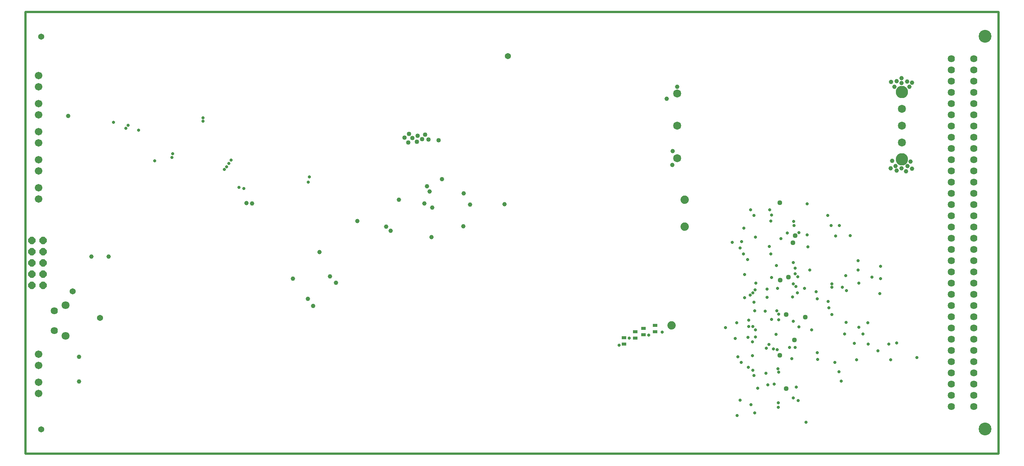
<source format=gbs>
%FSTAX23Y23*%
%MOIN*%
%SFA1B1*%

%IPPOS*%
%AMD87*
4,1,8,-0.033000,-0.013600,-0.013600,-0.033000,0.013600,-0.033000,0.033000,-0.013600,0.033000,0.013600,0.013600,0.033000,-0.013600,0.033000,-0.033000,0.013600,-0.033000,-0.013600,0.0*
%
%ADD31C,0.020000*%
%ADD49C,0.040000*%
%ADD66R,0.039433X0.031559*%
%ADD83C,0.054000*%
%ADD84C,0.064000*%
%ADD85C,0.070929*%
%ADD86C,0.066992*%
G04~CAMADD=87~4~0.0~0.0~660.0~660.0~0.0~193.3~0~0.0~0.0~0.0~0.0~0~0.0~0.0~0.0~0.0~0~0.0~0.0~0.0~135.0~660.0~660.0*
%ADD87D87*%
%ADD88C,0.114236*%
%ADD89C,0.071874*%
%ADD90C,0.110299*%
%ADD91C,0.039433*%
%ADD92C,0.029000*%
%ADD93C,0.074000*%
%ADD94C,0.044000*%
%LNeurocard_vme_3u_(3.937_x_8.660_inches)-1*%
%LPD*%
G54D31*
X04Y06D02*
Y09937D01*
X1266Y06D02*
Y09937D01*
X04D02*
X1266D01*
X04Y06D02*
X1266D01*
G54D49*
X07585Y088D03*
X07407Y08776D03*
X07491Y08833D03*
X07374Y08819D03*
X07555Y08845D03*
X07414Y08851D03*
X07676Y08796D03*
X07444Y08814D03*
X07531Y08804D03*
X07483Y08781D03*
G54D66*
X09425Y07089D03*
Y0703D03*
X09498Y07119D03*
Y0706D03*
X09604Y07146D03*
Y07087D03*
X09325Y07036D03*
Y06977D03*
G54D83*
X0414Y06217D03*
Y09717D03*
X04664Y07211D03*
X04418Y07448D03*
X08294Y09545D03*
G54D84*
X04257Y07276D03*
Y07099D03*
X1224Y06422D03*
Y06522D03*
Y06622D03*
Y06722D03*
Y06822D03*
Y06922D03*
Y07022D03*
Y07122D03*
Y07222D03*
Y07322D03*
Y07422D03*
Y07522D03*
Y07622D03*
Y07722D03*
Y07822D03*
Y07922D03*
Y08022D03*
Y08122D03*
Y08222D03*
Y08322D03*
Y08422D03*
Y08522D03*
Y08622D03*
Y08722D03*
Y08822D03*
Y08922D03*
Y09022D03*
Y09122D03*
Y09222D03*
Y09322D03*
Y09422D03*
Y09522D03*
X1244Y06422D03*
Y06522D03*
Y06622D03*
Y06722D03*
Y06822D03*
Y06922D03*
Y07022D03*
Y07122D03*
Y07222D03*
Y07322D03*
Y07422D03*
Y07522D03*
Y07622D03*
Y07722D03*
Y07822D03*
Y07922D03*
Y08022D03*
Y08122D03*
Y08222D03*
Y08322D03*
Y08422D03*
Y08522D03*
Y08622D03*
Y08722D03*
Y08822D03*
Y08922D03*
Y09022D03*
Y09122D03*
Y09222D03*
Y09322D03*
Y09422D03*
Y09522D03*
G54D85*
X04356Y0705D03*
Y07325D03*
G54D86*
X04116Y08522D03*
Y08622D03*
Y09272D03*
Y09372D03*
Y06787D03*
Y06887D03*
Y06537D03*
Y06637D03*
Y08372D03*
Y08272D03*
Y09122D03*
Y09022D03*
Y08772D03*
Y08872D03*
G54D87*
X04055Y07902D03*
X04155D03*
Y07802D03*
X04055D03*
Y07702D03*
X04155D03*
X04055Y07602D03*
X04155D03*
X04055Y07502D03*
X04155D03*
G54D88*
X1254Y06222D03*
Y09722D03*
G54D89*
X098Y08635D03*
Y0921D03*
Y08923D03*
X118Y08773D03*
Y08923D03*
Y09073D03*
G54D90*
X118Y08623D03*
Y09223D03*
G54D91*
X07895Y08029D03*
X07621Y08194D03*
X07613Y0793D03*
X04378Y09012D03*
X08264Y08224D03*
X07957Y08222D03*
X07248Y07989D03*
X07211Y08024D03*
X06763Y07523D03*
X06711Y0758D03*
X06558Y07318D03*
X06513Y07382D03*
X04475Y06645D03*
Y06864D03*
X07324Y08263D03*
X06952Y08073D03*
X06616Y07798D03*
X06378Y0756D03*
X04587Y07759D03*
X0474D03*
X07596Y08338D03*
X07572Y08383D03*
X09801Y09272D03*
X09705Y09164D03*
X06017Y08232D03*
X05967Y08234D03*
X09761Y08698D03*
X09757Y08576D03*
X11797Y09304D03*
X11865Y09272D03*
X11732D03*
X11752Y0932D03*
X11847Y09317D03*
X11704Y09315D03*
X11796Y09347D03*
X11891Y09307D03*
X11796Y08545D03*
X11743Y08566D03*
X1185Y08564D03*
X11835Y08519D03*
X11754Y08524D03*
X11877Y08606D03*
X11714Y0861D03*
X11699Y08546D03*
X11891Y08542D03*
X0755Y08231D03*
X07901Y08321D03*
X07707Y08449D03*
G54D92*
X10317Y07027D03*
X10228Y07126D03*
X04784Y08954D03*
X04893Y08902D03*
X04914Y08929D03*
X05005Y08885D03*
X05828Y08617D03*
X05809Y08587D03*
X05789Y08559D03*
X10372Y0789D03*
X10291Y07883D03*
X10331Y07167D03*
X06516Y08422D03*
X11497Y07169D03*
X11604Y07428D03*
X11408Y07638D03*
X1098Y07637D03*
X11298Y07587D03*
X10851Y07654D03*
X10883Y0797D03*
X11244Y08033D03*
X10682Y07679D03*
X10435Y07133D03*
X10497Y07105D03*
X10359Y07836D03*
X10427Y0773D03*
X10454Y08176D03*
X10483Y08124D03*
X10498Y07521D03*
X11609Y07561D03*
X11176Y07242D03*
X10833Y07182D03*
X10582Y07272D03*
X10489Y07274D03*
X1129Y07069D03*
X11177Y07514D03*
Y07483D03*
X11143Y07357D03*
X1115Y07301D03*
X10832Y07704D03*
X10638Y07572D03*
X10848Y07605D03*
X106Y07469D03*
X10639Y07199D03*
X10704Y07194D03*
X10704Y07244D03*
X11047Y0738D03*
X11169Y08033D03*
X10655Y06936D03*
X10686Y07275D03*
X1127Y07483D03*
X1084Y08035D03*
X10837Y08072D03*
X10778Y07968D03*
X10496Y07931D03*
X1141Y0772D03*
X1161Y07672D03*
X10722Y07917D03*
X10473Y07435D03*
X10492Y0746D03*
X10588Y06717D03*
X1062Y07847D03*
X10455Y06438D03*
X10433Y0677D03*
X10945Y0628D03*
X10632Y07781D03*
X11138Y08123D03*
X11586Y06917D03*
X11397Y06839D03*
X11258Y06647D03*
X11238Y0673D03*
X11376Y06986D03*
X1082Y06849D03*
X11049Y06842D03*
X11752Y06987D03*
X11698Y06839D03*
X11932Y06857D03*
X11416Y07522D03*
X11533Y07575D03*
X11307Y07453D03*
X10834Y07516D03*
X10849Y06949D03*
X11499Y06978D03*
X11682D03*
X11303Y07172D03*
X11415Y07128D03*
X11453Y07068D03*
X1087Y07436D03*
X10855Y0749D03*
X10833Y06499D03*
X11047Y06901D03*
X10882Y07131D03*
X10876Y06476D03*
X10932Y07474D03*
X11203Y06813D03*
X10995Y07104D03*
X10606Y06615D03*
X10664Y06622D03*
X10469Y06873D03*
X10468Y06998D03*
X10681Y07064D03*
X10701Y06456D03*
Y06413D03*
X10703Y06727D03*
X10697Y06758D03*
X10615Y06973D03*
X10592Y06942D03*
X10435Y07192D03*
X10369Y06816D03*
X05901Y08376D03*
X05942Y08366D03*
X05148Y0861D03*
X0531Y08673D03*
X05304Y08641D03*
X06527Y08467D03*
X05579Y08965D03*
X05579Y08996D03*
X10956Y08229D03*
X10632Y08074D03*
X10639Y08127D03*
X10624Y08176D03*
X10964Y07845D03*
X10874Y07579D03*
X10858Y06596D03*
X1049Y06364D03*
X10482Y06699D03*
X10496Y07042D03*
X108Y06947D03*
X10474Y07135D03*
X10599Y07393D03*
X11209Y0794D03*
X11338Y07944D03*
X11035Y07446D03*
X10825Y07399D03*
X10693Y07476D03*
X10482Y07352D03*
X10956Y07952D03*
X10388Y07782D03*
X10392Y08012D03*
X10401Y07599D03*
X10361Y06479D03*
X10338Y06865D03*
X1069Y06929D03*
X10448Y07414D03*
X104Y07392D03*
X10332Y0634D03*
X10515Y06583D03*
X09282Y06969D03*
X09374Y07031D03*
X09547Y07057D03*
X09666Y07086D03*
X10474Y06746D03*
X1043Y07038D03*
X05768Y08534D03*
G54D93*
X09748Y07143D03*
X09867Y08025D03*
X09866Y08265D03*
G54D94*
X10712Y08239D03*
X10831Y07881D03*
X1085Y07945D03*
X10788Y07574D03*
X10938Y07219D03*
X10842Y07016D03*
X10717Y07549D03*
X10769Y07242D03*
X10714Y06879D03*
X1077Y06581D03*
M02*
</source>
